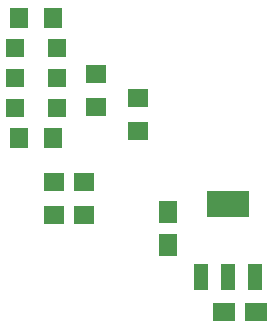
<source format=gbr>
G04 EAGLE Gerber RS-274X export*
G75*
%MOMM*%
%FSLAX34Y34*%
%LPD*%
%INSolderpaste Top*%
%IPPOS*%
%AMOC8*
5,1,8,0,0,1.08239X$1,22.5*%
G01*
%ADD10R,1.500000X1.950000*%
%ADD11R,1.950000X1.500000*%
%ADD12R,1.803000X1.600000*%
%ADD13R,1.219200X2.235200*%
%ADD14R,3.600000X2.200000*%
%ADD15R,1.500000X1.500000*%
%ADD16R,1.600000X1.803000*%


D10*
X147320Y87850D03*
X147320Y115350D03*
D11*
X222030Y30480D03*
X194530Y30480D03*
D12*
X76200Y112780D03*
X76200Y141220D03*
D13*
X175006Y60452D03*
X198120Y60452D03*
X221234Y60452D03*
D14*
X198120Y122430D03*
D12*
X50800Y141220D03*
X50800Y112780D03*
X121920Y212340D03*
X121920Y183900D03*
D15*
X18060Y254000D03*
X53060Y254000D03*
X53060Y228600D03*
X18060Y228600D03*
X53060Y203200D03*
X18060Y203200D03*
D12*
X86360Y232660D03*
X86360Y204220D03*
D16*
X21340Y279400D03*
X49780Y279400D03*
X49780Y177800D03*
X21340Y177800D03*
M02*

</source>
